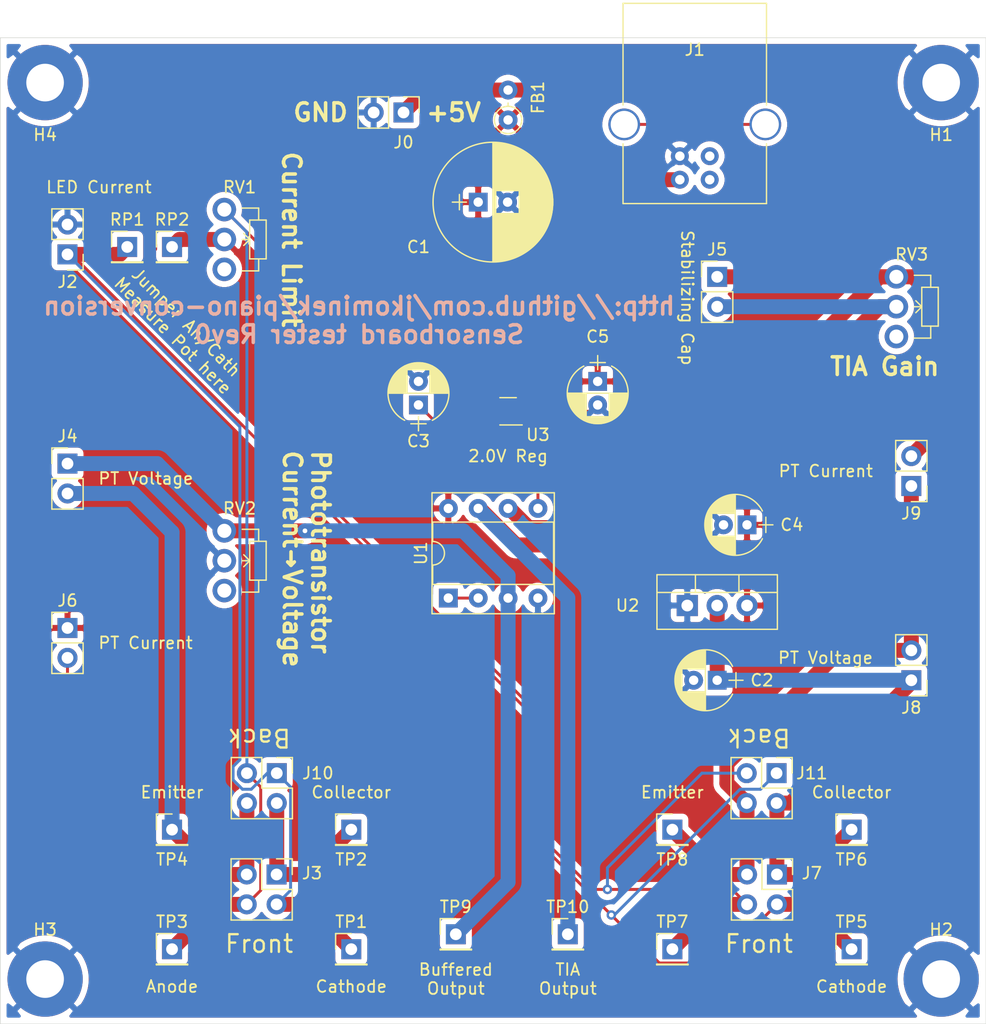
<source format=kicad_pcb>
(kicad_pcb (version 20171130) (host pcbnew "(5.1.7)-1")
  (layers (0 F.Cu signal) (31 B.Cu signal) (34 B.Paste user) (35 F.Paste user) (36 B.SilkS user) (37 F.SilkS user) (38 B.Mask user) (39 F.Mask user) (44 Edge.Cuts user))
  (net 0 "")
  (net 1 GND)
  (net 2 +5V)
  (net 3 /Anode)
  (net 4 /Cathode)
  (net 5 "Net-(FB1-Pad2)")
  (net 6 "Net-(J1-Pad5)")
  (net 7 /Simple/Emitter)
  (net 8 /Simple/Collector)
  (net 9 /Transimpedance/OP_OUT)
  (net 10 /Transimpedance/OP-)
  (net 11 /Transimpedance/OP+)
  (net 12 /Transimpedance/Emitter)
  (net 13 /Simple/OP+)
  (net 14 /Simple/OP-)
  (net 15 +3V3)
  (module TO_SOT_Packages_SMD:SOT-353_SC-70-5_Handsoldering (layer F.Cu) (at 90.17 78.74 180)
    (fp_text reference U3 (at -2.54 -2 180) (layer F.SilkS))
    (fp_text value MIC5366-2.0YC5-TR)
    (pad 5 smd rect (at 1.33 -0.65 180) (size 1.5 0.4) (layers F.Cu F.Paste F.Mask) (net 11 /Transimpedance/OP+))
    (pad 4 smd rect (at 1.33 0.65 180) (size 1.5 0.4) (layers F.Cu F.Paste F.Mask))
    (pad 3 smd rect (at -1.33 0.65 180) (size 1.5 0.4) (layers F.Cu F.Paste F.Mask) (net 2 +5V))
    (pad 2 smd rect (at -1.33 0 180) (size 1.5 0.4) (layers F.Cu F.Paste F.Mask) (net 1 GND))
    (pad 1 smd rect (at -1.33 -0.65 180) (size 1.5 0.4) (layers F.Cu F.Paste F.Mask) (net 2 +5V))
  )
  (module Pin_Headers:Pin_Header_Straight_2x02_Pitch2.54mm (layer F.Cu) (at 113 109.5 270)
    (fp_text reference J11 (at 0 -3 180) (layer F.SilkS))
    (fp_text value Sensor)
    (pad 4 thru_hole oval (at 2.54 2.54 270) (size 1.7 1.7) (drill 1) (layers *.Cu *.Mask) (net 12 /Transimpedance/Emitter))
    (pad 3 thru_hole oval (at 0 2.54 270) (size 1.7 1.7) (drill 1) (layers *.Cu *.Mask) (net 3 /Anode))
    (pad 2 thru_hole oval (at 2.54 0 270) (size 1.7 1.7) (drill 1) (layers *.Cu *.Mask) (net 15 +3V3))
    (pad 1 thru_hole rect (at 0 0 270) (size 1.7 1.7) (drill 1) (layers *.Cu *.Mask) (net 4 /Cathode))
  )
  (module TO_SOT_Packages_THT:TO-220-3_Vertical (layer F.Cu) (at 105.41 95.25)
    (fp_text reference U2 (at -5.08 0) (layer F.SilkS))
    (fp_text value LD1086V33-DG)
    (pad 3 thru_hole oval (at 5.08 0) (size 1.8 1.8) (drill 1) (layers *.Cu *.Mask) (net 2 +5V))
    (pad 2 thru_hole oval (at 2.54 0) (size 1.8 1.8) (drill 1) (layers *.Cu *.Mask) (net 15 +3V3))
    (pad 1 thru_hole rect (at 0 0) (size 1.8 1.8) (drill 1) (layers *.Cu *.Mask) (net 1 GND))
  )
  (module Potentiometers:Potentiometer_WirePads_Small (layer F.Cu) (at 66.04 88.9)
    (fp_text reference RV2 (at 1.3 -1.9) (layer F.SilkS))
    (fp_text value R_POT)
    (pad 1 thru_hole circle (at 0 0) (size 2 2) (drill 1.2) (layers *.Cu *.Mask) (net 13 /Simple/OP+))
    (pad 3 thru_hole circle (at 0 5.08) (size 2 2) (drill 1.2) (layers *.Cu *.Mask))
    (pad 2 thru_hole circle (at 0 2.54) (size 2 2) (drill 1.2) (layers *.Cu *.Mask) (net 1 GND))
  )
  (module Potentiometers:Potentiometer_WirePads_Small (layer F.Cu) (at 123.19 67.31)
    (fp_text reference RV3 (at 1.3 -1.9) (layer F.SilkS))
    (fp_text value R_POT)
    (pad 1 thru_hole circle (at 0 0) (size 2 2) (drill 1.2) (layers *.Cu *.Mask) (net 10 /Transimpedance/OP-))
    (pad 3 thru_hole circle (at 0 5.08) (size 2 2) (drill 1.2) (layers *.Cu *.Mask))
    (pad 2 thru_hole circle (at 0 2.54) (size 2 2) (drill 1.2) (layers *.Cu *.Mask) (net 9 /Transimpedance/OP_OUT))
  )
  (module Pin_Headers:Pin_Header_Straight_1x01_Pitch2.54mm (layer F.Cu) (at 76.835 124.46)
    (fp_text reference TP1 (at 0 -2.33) (layer F.SilkS))
    (fp_text value TestPoint_Probe)
    (pad 1 thru_hole rect (at 0 0) (size 1.7 1.7) (drill 1) (layers *.Cu *.Mask) (net 4 /Cathode))
  )
  (module Pin_Headers:Pin_Header_Straight_1x01_Pitch2.54mm (layer F.Cu) (at 76.835 114.3)
    (fp_text reference TP2 (at 0 2.54) (layer F.SilkS))
    (fp_text value TestPoint_Probe)
    (pad 1 thru_hole rect (at 0 0) (size 1.7 1.7) (drill 1) (layers *.Cu *.Mask) (net 8 /Simple/Collector))
  )
  (module Pin_Headers:Pin_Header_Straight_1x02_Pitch2.54mm (layer F.Cu) (at 52.705 97.155)
    (fp_text reference J6 (at 0 -2.33) (layer F.SilkS))
    (fp_text value PTCurrent)
    (pad 1 thru_hole rect (at 0 0) (size 1.7 1.7) (drill 1) (layers *.Cu *.Mask) (net 2 +5V))
    (pad 2 thru_hole oval (at 0 2.54) (size 1.7 1.7) (drill 1) (layers *.Cu *.Mask) (net 8 /Simple/Collector))
  )
  (module Pin_Headers:Pin_Header_Straight_1x01_Pitch2.54mm (layer F.Cu) (at 61.595 124.46)
    (fp_text reference TP3 (at 0 -2.33) (layer F.SilkS))
    (fp_text value TestPoint_Probe)
    (pad 1 thru_hole rect (at 0 0) (size 1.7 1.7) (drill 1) (layers *.Cu *.Mask) (net 3 /Anode))
  )
  (module Pin_Headers:Pin_Header_Straight_1x01_Pitch2.54mm (layer F.Cu) (at 61.595 114.3)
    (fp_text reference TP4 (at 0 2.54) (layer F.SilkS))
    (fp_text value TestPoint_Probe)
    (pad 1 thru_hole rect (at 0 0) (size 1.7 1.7) (drill 1) (layers *.Cu *.Mask) (net 7 /Simple/Emitter))
  )
  (module Housings_DIP:DIP-8_W7.62mm_Socket (layer F.Cu) (at 85.09 94.615 90)
    (fp_text reference U1 (at 3.81 -2.33 90) (layer F.SilkS))
    (fp_text value Opamp_Dual_Generic)
    (pad 8 thru_hole oval (at 7.62 0 90) (size 1.6 1.6) (drill 0.8) (layers *.Cu *.Mask) (net 2 +5V))
    (pad 4 thru_hole oval (at 0 7.62 90) (size 1.6 1.6) (drill 0.8) (layers *.Cu *.Mask) (net 1 GND))
    (pad 7 thru_hole oval (at 7.62 2.54 90) (size 1.6 1.6) (drill 0.8) (layers *.Cu *.Mask) (net 9 /Transimpedance/OP_OUT))
    (pad 3 thru_hole oval (at 0 5.08 90) (size 1.6 1.6) (drill 0.8) (layers *.Cu *.Mask) (net 13 /Simple/OP+))
    (pad 6 thru_hole oval (at 7.62 5.08 90) (size 1.6 1.6) (drill 0.8) (layers *.Cu *.Mask) (net 10 /Transimpedance/OP-))
    (pad 2 thru_hole oval (at 0 2.54 90) (size 1.6 1.6) (drill 0.8) (layers *.Cu *.Mask) (net 14 /Simple/OP-))
    (pad 5 thru_hole oval (at 7.62 7.62 90) (size 1.6 1.6) (drill 0.8) (layers *.Cu *.Mask) (net 11 /Transimpedance/OP+))
    (pad 1 thru_hole rect (at 0 0 90) (size 1.6 1.6) (drill 0.8) (layers *.Cu *.Mask) (net 14 /Simple/OP-))
  )
  (module Inductors_THT:L_Axial_L5.3mm_D2.2mm_P2.54mm_Vertical_Vishay_IM-1 (layer F.Cu) (at 90.17 53.975 90)
    (fp_text reference FB1 (at 1.905 2.54 90) (layer F.SilkS))
    (fp_text value Ferrite_Bead_Small)
    (pad 2 thru_hole oval (at 2.54 0 90) (size 1.6 1.6) (drill 0.8) (layers *.Cu *.Mask) (net 5 "Net-(FB1-Pad2)"))
    (pad 1 thru_hole circle (at 0 0 90) (size 1.6 1.6) (drill 0.8) (layers *.Cu *.Mask) (net 2 +5V))
  )
  (module Pin_Headers:Pin_Header_Straight_2x02_Pitch2.54mm (layer F.Cu) (at 70.485 118.11 270)
    (fp_text reference J3 (at -0.11 -3.015 180) (layer F.SilkS))
    (fp_text value Sensor)
    (pad 4 thru_hole oval (at 2.54 2.54 270) (size 1.7 1.7) (drill 1) (layers *.Cu *.Mask) (net 3 /Anode))
    (pad 3 thru_hole oval (at 0 2.54 270) (size 1.7 1.7) (drill 1) (layers *.Cu *.Mask) (net 7 /Simple/Emitter))
    (pad 2 thru_hole oval (at 2.54 0 270) (size 1.7 1.7) (drill 1) (layers *.Cu *.Mask) (net 4 /Cathode))
    (pad 1 thru_hole rect (at 0 0 270) (size 1.7 1.7) (drill 1) (layers *.Cu *.Mask) (net 8 /Simple/Collector))
  )
  (module Pin_Headers:Pin_Header_Straight_1x02_Pitch2.54mm (layer F.Cu) (at 52.705 83.185)
    (fp_text reference J4 (at 0 -2.33) (layer F.SilkS))
    (fp_text value PTVoltage)
    (pad 2 thru_hole oval (at 0 2.54) (size 1.7 1.7) (drill 1) (layers *.Cu *.Mask) (net 7 /Simple/Emitter))
    (pad 1 thru_hole rect (at 0 0) (size 1.7 1.7) (drill 1) (layers *.Cu *.Mask) (net 13 /Simple/OP+))
  )
  (module Capacitors_THT:CP_Radial_D10.0mm_P2.50mm (layer F.Cu) (at 87.63 60.96)
    (fp_text reference C1 (at -5.08 3.81) (layer F.SilkS))
    (fp_text value C_Small)
    (pad 2 thru_hole circle (at 2.5 0) (size 1.6 1.6) (drill 0.8) (layers *.Cu *.Mask) (net 1 GND))
    (pad 1 thru_hole rect (at 0 0) (size 1.6 1.6) (drill 0.8) (layers *.Cu *.Mask) (net 2 +5V))
  )
  (module Mounting_Holes:MountingHole_3.2mm_M3_Pad (layer F.Cu) (at 127 50.8)
    (fp_text reference H1 (at 0 4.445) (layer F.SilkS))
    (fp_text value MountingHole_Pad)
    (pad 1 thru_hole circle (at 0 0) (size 6.4 6.4) (drill 3.2) (layers *.Cu *.Mask) (net 1 GND))
  )
  (module Mounting_Holes:MountingHole_3.2mm_M3_Pad (layer F.Cu) (at 127 127)
    (fp_text reference H2 (at 0 -4.2) (layer F.SilkS))
    (fp_text value MountingHole_Pad)
    (pad 1 thru_hole circle (at 0 0) (size 6.4 6.4) (drill 3.2) (layers *.Cu *.Mask) (net 1 GND))
  )
  (module Mounting_Holes:MountingHole_3.2mm_M3_Pad (layer F.Cu) (at 50.8 127)
    (fp_text reference H3 (at 0 -4.2) (layer F.SilkS))
    (fp_text value MountingHole_Pad)
    (pad 1 thru_hole circle (at 0 0) (size 6.4 6.4) (drill 3.2) (layers *.Cu *.Mask) (net 1 GND))
  )
  (module Mounting_Holes:MountingHole_3.2mm_M3_Pad (layer F.Cu) (at 50.8 50.8)
    (fp_text reference H4 (at 0 4.445) (layer F.SilkS))
    (fp_text value MountingHole_Pad)
    (pad 1 thru_hole circle (at 0 0) (size 6.4 6.4) (drill 3.2) (layers *.Cu *.Mask) (net 1 GND))
  )
  (module Pin_Headers:Pin_Header_Straight_1x02_Pitch2.54mm (layer F.Cu) (at 81.28 53.34 270)
    (fp_text reference J0 (at 2.54 0 180) (layer F.SilkS))
    (fp_text value Power)
    (pad 2 thru_hole oval (at 0 2.54 270) (size 1.7 1.7) (drill 1) (layers *.Cu *.Mask) (net 1 GND))
    (pad 1 thru_hole rect (at 0 0 270) (size 1.7 1.7) (drill 1) (layers *.Cu *.Mask) (net 5 "Net-(FB1-Pad2)"))
  )
  (module Connectors:USB_B (layer F.Cu) (at 104.775 59.055 90)
    (fp_text reference J1 (at 11.05 1.27) (layer F.SilkS))
    (fp_text value USB_B)
    (pad 5 thru_hole circle (at 4.7 -4.73) (size 2.7 2.7) (drill 2.3) (layers *.Cu *.Mask) (net 6 "Net-(J1-Pad5)"))
    (pad 5 thru_hole circle (at 4.7 7.27) (size 2.7 2.7) (drill 2.3) (layers *.Cu *.Mask) (net 6 "Net-(J1-Pad5)"))
    (pad 3 thru_hole circle (at 2 2.54) (size 1.52 1.52) (drill 0.81) (layers *.Cu *.Mask))
    (pad 4 thru_hole circle (at 2 0) (size 1.52 1.52) (drill 0.81) (layers *.Cu *.Mask) (net 1 GND))
    (pad 1 thru_hole circle (at 0 0) (size 1.52 1.52) (drill 0.81) (layers *.Cu *.Mask) (net 5 "Net-(FB1-Pad2)"))
    (pad 2 thru_hole circle (at 0 2.54) (size 1.52 1.52) (drill 0.81) (layers *.Cu *.Mask))
  )
  (module Pin_Headers:Pin_Header_Straight_2x02_Pitch2.54mm (layer F.Cu) (at 113.03 118.11 270)
    (fp_text reference J7 (at -0.11 -2.97 180) (layer F.SilkS))
    (fp_text value Sensor)
    (pad 4 thru_hole oval (at 2.54 2.54 270) (size 1.7 1.7) (drill 1) (layers *.Cu *.Mask) (net 3 /Anode))
    (pad 3 thru_hole oval (at 0 2.54 270) (size 1.7 1.7) (drill 1) (layers *.Cu *.Mask) (net 12 /Transimpedance/Emitter))
    (pad 2 thru_hole oval (at 2.54 0 270) (size 1.7 1.7) (drill 1) (layers *.Cu *.Mask) (net 4 /Cathode))
    (pad 1 thru_hole rect (at 0 0 270) (size 1.7 1.7) (drill 1) (layers *.Cu *.Mask) (net 15 +3V3))
  )
  (module Pin_Headers:Pin_Header_Straight_1x01_Pitch2.54mm (layer F.Cu) (at 119.38 124.46)
    (fp_text reference TP5 (at 0 -2.33) (layer F.SilkS))
    (fp_text value TestPoint_Probe)
    (pad 1 thru_hole rect (at 0 0) (size 1.7 1.7) (drill 1) (layers *.Cu *.Mask) (net 4 /Cathode))
  )
  (module Pin_Headers:Pin_Header_Straight_1x01_Pitch2.54mm (layer F.Cu) (at 119.38 114.3)
    (fp_text reference TP6 (at 0 2.54) (layer F.SilkS))
    (fp_text value TestPoint_Probe)
    (pad 1 thru_hole rect (at 0 0) (size 1.7 1.7) (drill 1) (layers *.Cu *.Mask) (net 15 +3V3))
  )
  (module Pin_Headers:Pin_Header_Straight_1x01_Pitch2.54mm (layer F.Cu) (at 104.14 124.46)
    (fp_text reference TP7 (at 0 -2.33) (layer F.SilkS))
    (fp_text value TestPoint_Probe)
    (pad 1 thru_hole rect (at 0 0) (size 1.7 1.7) (drill 1) (layers *.Cu *.Mask) (net 3 /Anode))
  )
  (module Pin_Headers:Pin_Header_Straight_1x01_Pitch2.54mm (layer F.Cu) (at 104.14 114.3)
    (fp_text reference TP8 (at 0 2.54) (layer F.SilkS))
    (fp_text value TestPoint_Probe)
    (pad 1 thru_hole rect (at 0 0) (size 1.7 1.7) (drill 1) (layers *.Cu *.Mask) (net 12 /Transimpedance/Emitter))
  )
  (module Pin_Headers:Pin_Header_Straight_1x02_Pitch2.54mm (layer F.Cu) (at 52.705 65.405 180)
    (fp_text reference J2 (at 0 -2.33) (layer F.SilkS))
    (fp_text value LEDCurrentProbe)
    (pad 2 thru_hole oval (at 0 2.54 180) (size 1.7 1.7) (drill 1) (layers *.Cu *.Mask) (net 1 GND))
    (pad 1 thru_hole rect (at 0 0 180) (size 1.7 1.7) (drill 1) (layers *.Cu *.Mask) (net 4 /Cathode))
  )
  (module Pin_Headers:Pin_Header_Straight_1x02_Pitch2.54mm (layer F.Cu) (at 124.46 101.6 180)
    (fp_text reference J8 (at 0 -2.33) (layer F.SilkS))
    (fp_text value PTVoltage)
    (pad 2 thru_hole oval (at 0 2.54 180) (size 1.7 1.7) (drill 1) (layers *.Cu *.Mask) (net 12 /Transimpedance/Emitter))
    (pad 1 thru_hole rect (at 0 0 180) (size 1.7 1.7) (drill 1) (layers *.Cu *.Mask) (net 15 +3V3))
  )
  (module Pin_Headers:Pin_Header_Straight_1x02_Pitch2.54mm (layer F.Cu) (at 124.46 85.09 180)
    (fp_text reference J9 (at 0 -2.33) (layer F.SilkS))
    (fp_text value PTCurrent)
    (pad 1 thru_hole rect (at 0 0 180) (size 1.7 1.7) (drill 1) (layers *.Cu *.Mask) (net 12 /Transimpedance/Emitter))
    (pad 2 thru_hole oval (at 0 2.54 180) (size 1.7 1.7) (drill 1) (layers *.Cu *.Mask) (net 10 /Transimpedance/OP-))
  )
  (module Potentiometers:Potentiometer_WirePads_Small (layer F.Cu) (at 66.04 61.595)
    (fp_text reference RV1 (at 1.3 -1.9) (layer F.SilkS))
    (fp_text value R_POT)
    (pad 2 thru_hole circle (at 0 2.54) (size 2 2) (drill 1.2) (layers *.Cu *.Mask) (net 2 +5V))
    (pad 3 thru_hole circle (at 0 5.08) (size 2 2) (drill 1.2) (layers *.Cu *.Mask))
    (pad 1 thru_hole circle (at 0 0) (size 2 2) (drill 1.2) (layers *.Cu *.Mask) (net 3 /Anode))
  )
  (module Pin_Headers:Pin_Header_Straight_1x01_Pitch2.54mm (layer F.Cu) (at 85.725 123.19)
    (fp_text reference TP9 (at 0 -2.33) (layer F.SilkS))
    (fp_text value BufferedOut)
    (pad 1 thru_hole rect (at 0 0) (size 1.7 1.7) (drill 1) (layers *.Cu *.Mask) (net 13 /Simple/OP+))
  )
  (module Pin_Headers:Pin_Header_Straight_1x01_Pitch2.54mm (layer F.Cu) (at 57.785 64.77)
    (fp_text reference RP1 (at 0 -2.33) (layer F.SilkS))
    (fp_text value TestPoint_Probe)
    (pad 1 thru_hole rect (at 0 0) (size 1.7 1.7) (drill 1) (layers *.Cu *.Mask) (net 4 /Cathode))
  )
  (module Pin_Headers:Pin_Header_Straight_1x01_Pitch2.54mm (layer F.Cu) (at 61.595 64.77)
    (fp_text reference RP2 (at 0 -2.33) (layer F.SilkS))
    (fp_text value TestPoint_Probe)
    (pad 1 thru_hole rect (at 0 0) (size 1.7 1.7) (drill 1) (layers *.Cu *.Mask) (net 2 +5V))
  )
  (module Pin_Headers:Pin_Header_Straight_1x01_Pitch2.54mm (layer F.Cu) (at 95.25 123.19)
    (fp_text reference TP10 (at 0 -2.33) (layer F.SilkS))
    (fp_text value TestPoint_Probe)
    (pad 1 thru_hole rect (at 0 0) (size 1.7 1.7) (drill 1) (layers *.Cu *.Mask) (net 9 /Transimpedance/OP_OUT))
  )
  (module Capacitors_THT:CP_Radial_D5.0mm_P2.00mm (layer F.Cu) (at 107.95 101.6 180)
    (fp_text reference C2 (at -3.81 0) (layer F.SilkS))
    (fp_text value 10uF)
    (pad 1 thru_hole rect (at 0 0 180) (size 1.6 1.6) (drill 0.8) (layers *.Cu *.Mask) (net 15 +3V3))
    (pad 2 thru_hole circle (at 2 0 180) (size 1.6 1.6) (drill 0.8) (layers *.Cu *.Mask) (net 1 GND))
  )
  (module Capacitors_THT:CP_Radial_D5.0mm_P2.00mm (layer F.Cu) (at 82.55 78.2 90)
    (fp_text reference C3 (at -3.08 0 180) (layer F.SilkS))
    (fp_text value 1uF)
    (pad 1 thru_hole rect (at 0 0 90) (size 1.6 1.6) (drill 0.8) (layers *.Cu *.Mask) (net 11 /Transimpedance/OP+))
    (pad 2 thru_hole circle (at 2 0 90) (size 1.6 1.6) (drill 0.8) (layers *.Cu *.Mask) (net 1 GND))
  )
  (module Capacitors_THT:CP_Radial_D5.0mm_P2.00mm (layer F.Cu) (at 110.49 88.392 180)
    (fp_text reference C4 (at -3.81 0) (layer F.SilkS))
    (fp_text value 10uF)
    (pad 2 thru_hole circle (at 2 0 180) (size 1.6 1.6) (drill 0.8) (layers *.Cu *.Mask) (net 1 GND))
    (pad 1 thru_hole rect (at 0 0 180) (size 1.6 1.6) (drill 0.8) (layers *.Cu *.Mask) (net 2 +5V))
  )
  (module Capacitors_THT:CP_Radial_D5.0mm_P2.00mm (layer F.Cu) (at 97.79 76.2 270)
    (fp_text reference C5 (at -3.81 0 180) (layer F.SilkS))
    (fp_text value 1uF)
    (pad 2 thru_hole circle (at 2 0 270) (size 1.6 1.6) (drill 0.8) (layers *.Cu *.Mask) (net 1 GND))
    (pad 1 thru_hole rect (at 0 0 270) (size 1.6 1.6) (drill 0.8) (layers *.Cu *.Mask) (net 2 +5V))
  )
  (module Pin_Headers:Pin_Header_Straight_1x02_Pitch2.54mm (layer F.Cu) (at 107.95 67.31)
    (fp_text reference J5 (at 0 -2.33) (layer F.SilkS))
    (fp_text value StabilizingCap)
    (pad 2 thru_hole oval (at 0 2.54) (size 1.7 1.7) (drill 1) (layers *.Cu *.Mask) (net 9 /Transimpedance/OP_OUT))
    (pad 1 thru_hole rect (at 0 0) (size 1.7 1.7) (drill 1) (layers *.Cu *.Mask) (net 10 /Transimpedance/OP-))
  )
  (module Pin_Headers:Pin_Header_Straight_2x02_Pitch2.54mm (layer F.Cu) (at 70.5 109.5 270)
    (fp_text reference J10 (at 0 -3.5 180) (layer F.SilkS))
    (fp_text value MirrorSensor)
    (pad 1 thru_hole rect (at 0 0 270) (size 1.7 1.7) (drill 1) (layers *.Cu *.Mask) (net 4 /Cathode))
    (pad 2 thru_hole oval (at 2.54 0 270) (size 1.7 1.7) (drill 1) (layers *.Cu *.Mask) (net 8 /Simple/Collector))
    (pad 3 thru_hole oval (at 0 2.54 270) (size 1.7 1.7) (drill 1) (layers *.Cu *.Mask) (net 3 /Anode))
    (pad 4 thru_hole oval (at 2.54 2.54 270) (size 1.7 1.7) (drill 1) (layers *.Cu *.Mask) (net 7 /Simple/Emitter))
  )
  (gr_text "http://github.com/jkominek/piano-conversion\nSensorboard tester Rev0" (at 77.5 71) (layer B.SilkS) (effects (font (size 1.5 1.5) (thickness 0.3)) (justify mirror)))
  (gr_text Back (at 111.5 106.5 180) (layer F.SilkS) (effects (font (size 1.5 1.5) (thickness 0.2))))
  (gr_text Back (at 69 106.5 180) (layer F.SilkS) (effects (font (size 1.5 1.5) (thickness 0.2))))
  (gr_text Front (at 111.5 124) (layer F.SilkS) (effects (font (size 1.5 1.5) (thickness 0.2))))
  (gr_text Front (at 69 124) (layer F.SilkS) (effects (font (size 1.5 1.5) (thickness 0.2))))
  (gr_text "Stabilizing Cap" (at 105.41 74.93 270) (layer F.SilkS) (effects (font (size 1 1)) (justify right)))
  (gr_text "TIA\nOutput" (at 95.25 127) (layer F.SilkS) (effects (font (size 1 1))))
  (gr_text "Jumper An/Cath\nMeasure Pot here" (at 62.23 71.755 315) (layer F.SilkS) (effects (font (size 1 1))))
  (gr_text "Buffered\nOutput" (at 85.725 127) (layer F.SilkS) (effects (font (size 1 1))))
  (gr_text Collector (at 119.38 111.125) (layer F.SilkS) (effects (font (size 1 1))))
  (gr_text Collector (at 76.835 111.125) (layer F.SilkS) (effects (font (size 1 1))))
  (gr_text Emitter (at 104.14 111.125) (layer F.SilkS) (effects (font (size 1 1))))
  (gr_text Emitter (at 61.595 111.125) (layer F.SilkS) (effects (font (size 1 1))))
  (gr_text Anode (at 61.595 127.635) (layer F.SilkS) (effects (font (size 1 1))))
  (gr_text Cathode (at 119.38 127.635) (layer F.SilkS) (effects (font (size 1 1))))
  (gr_text Cathode (at 76.835 127.635) (layer F.SilkS) (effects (font (size 1 1))))
  (gr_text "LED Current" (at 50.8 59.69) (layer F.SilkS) (effects (font (size 1 1)) (justify left)))
  (gr_text "PT Current" (at 55.245 98.425) (layer F.SilkS) (effects (font (size 1 1)) (justify left)))
  (gr_text "PT Voltage" (at 55.245 84.455) (layer F.SilkS) (effects (font (size 1 1)) (justify left)))
  (gr_text "PT Current" (at 121.285 83.82) (layer F.SilkS) (effects (font (size 1 1)) (justify right)))
  (gr_text "PT Voltage" (at 121.285 99.695) (layer F.SilkS) (effects (font (size 1 1)) (justify right)))
  (gr_text "2.0V Reg" (at 90.17 82.55) (layer F.SilkS) (effects (font (size 1 1))))
  (gr_text "TIA Gain" (at 127 74.93) (layer F.SilkS) (effects (font (size 1.5 1.5) (thickness 0.3)) (justify right)))
  (gr_text "Phototransistor\nCurrent→Voltage" (at 73.025 81.915 270) (layer F.SilkS) (effects (font (size 1.5 1.5) (thickness 0.3)) (justify left)))
  (gr_text "Current Limit" (at 71.755 56.515 270) (layer F.SilkS) (effects (font (size 1.5 1.5) (thickness 0.3)) (justify left)))
  (gr_text GND (at 76.708 53.34) (layer F.SilkS) (effects (font (size 1.5 1.5) (thickness 0.3)) (justify right)))
  (gr_text +5V (at 83.058 53.34) (layer F.SilkS) (effects (font (size 1.5 1.5) (thickness 0.3)) (justify left)))
  (gr_line (start 46.99 130.81) (end 46.99 46.99) (layer Edge.Cuts) (width 0.05))
  (gr_line (start 130.81 130.81) (end 46.99 130.81) (layer Edge.Cuts) (width 0.05))
  (gr_line (start 130.81 46.99) (end 130.81 130.81) (layer Edge.Cuts) (width 0.05))
  (gr_line (start 46.99 46.99) (end 130.81 46.99) (layer Edge.Cuts) (width 0.05))
  (segment (start 97.25 78.74) (end 97.79 78.2) (width 0.25) (layer F.Cu) (net 1))
  (segment (start 91.5 78.74) (end 97.25 78.74) (width 0.25) (layer F.Cu) (net 1))
  (segment (start 62.23 64.135) (end 61.595 64.77) (width 1.27) (layer F.Cu) (net 2))
  (segment (start 66.04 64.135) (end 62.23 64.135) (width 1.27) (layer F.Cu) (net 2))
  (segment (start 90.5 79.39) (end 90.17 79.06) (width 0.25) (layer F.Cu) (net 2))
  (segment (start 91.5 79.39) (end 90.5 79.39) (width 0.25) (layer F.Cu) (net 2))
  (segment (start 90.5 78.09) (end 91.5 78.09) (width 0.25) (layer F.Cu) (net 2))
  (segment (start 90.17 78.42) (end 90.5 78.09) (width 0.25) (layer F.Cu) (net 2))
  (segment (start 90.17 79.06) (end 90.17 78.42) (width 0.25) (layer F.Cu) (net 2))
  (segment (start 97.79 76.2) (end 91.44 76.2) (width 0.25) (layer F.Cu) (net 2))
  (segment (start 91.44 78.03) (end 91.5 78.09) (width 0.25) (layer F.Cu) (net 2))
  (segment (start 91.44 76.2) (end 91.44 78.03) (width 0.25) (layer F.Cu) (net 2))
  (segment (start 65.405 120.65) (end 61.595 124.46) (width 1.27) (layer F.Cu) (net 3))
  (segment (start 67.945 120.65) (end 65.405 120.65) (width 1.27) (layer F.Cu) (net 3))
  (segment (start 107.95 120.65) (end 104.14 124.46) (width 1.27) (layer F.Cu) (net 3))
  (segment (start 110.49 120.65) (end 107.95 120.65) (width 1.27) (layer F.Cu) (net 3))
  (segment (start 66.04 61.595) (end 71.374 66.929) (width 0.25) (layer F.Cu) (net 3))
  (segment (start 71.374 83.084002) (end 92.52501 104.235012) (width 0.25) (layer F.Cu) (net 3))
  (segment (start 71.374 66.929) (end 71.374 83.084002) (width 0.25) (layer F.Cu) (net 3))
  (segment (start 92.52501 104.235012) (end 92.52501 114.493602) (width 0.25) (layer F.Cu) (net 3))
  (segment (start 92.52501 114.493602) (end 97.411408 119.38) (width 0.25) (layer F.Cu) (net 3))
  (segment (start 109.22 119.38) (end 110.49 120.65) (width 0.25) (layer F.Cu) (net 3))
  (segment (start 97.411408 119.38) (end 98.62 119.38) (width 0.25) (layer F.Cu) (net 3))
  (segment (start 98.62 119.38) (end 109.22 119.38) (width 0.25) (layer F.Cu) (net 3))
  (via (at 98.62 119.38) (size 0.8) (drill 0.4) (layers F.Cu B.Cu) (net 3))
  (segment (start 98.62 117.534998) (end 98.62 119.38) (width 0.25) (layer B.Cu) (net 3))
  (segment (start 106.654998 109.5) (end 98.62 117.534998) (width 0.25) (layer B.Cu) (net 3))
  (segment (start 110.46 109.5) (end 106.654998 109.5) (width 0.25) (layer B.Cu) (net 3))
  (segment (start 69.135001 119.459999) (end 67.945 120.65) (width 0.25) (layer F.Cu) (net 3))
  (segment (start 69.135001 110.675001) (end 69.135001 119.459999) (width 0.25) (layer F.Cu) (net 3))
  (segment (start 67.96 109.5) (end 69.135001 110.675001) (width 0.25) (layer F.Cu) (net 3))
  (segment (start 67.96 63.515) (end 66.04 61.595) (width 0.25) (layer B.Cu) (net 3))
  (segment (start 67.96 109.5) (end 67.96 63.515) (width 0.25) (layer B.Cu) (net 3))
  (segment (start 57.15 65.405) (end 57.785 64.77) (width 1.27) (layer F.Cu) (net 4))
  (segment (start 52.705 65.405) (end 57.15 65.405) (width 1.27) (layer F.Cu) (net 4))
  (segment (start 73.025 120.65) (end 76.835 124.46) (width 1.27) (layer F.Cu) (net 4))
  (segment (start 70.485 120.65) (end 73.025 120.65) (width 1.27) (layer F.Cu) (net 4))
  (segment (start 115.57 120.65) (end 119.38 124.46) (width 1.27) (layer F.Cu) (net 4))
  (segment (start 113.03 120.65) (end 115.57 120.65) (width 1.27) (layer F.Cu) (net 4))
  (segment (start 103.029999 125.635001) (end 98.947499 121.552501) (width 0.25) (layer F.Cu) (net 4))
  (segment (start 108.044999 125.635001) (end 103.029999 125.635001) (width 0.25) (layer F.Cu) (net 4))
  (segment (start 113.03 120.65) (end 108.044999 125.635001) (width 0.25) (layer F.Cu) (net 4))
  (segment (start 53.058588 65.405) (end 52.705 65.405) (width 0.25) (layer F.Cu) (net 4))
  (segment (start 92.075 104.421412) (end 53.058588 65.405) (width 0.25) (layer F.Cu) (net 4))
  (segment (start 92.075 114.680002) (end 92.075 104.421412) (width 0.25) (layer F.Cu) (net 4))
  (segment (start 98.947499 121.552501) (end 92.075 114.680002) (width 0.25) (layer F.Cu) (net 4))
  (via (at 98.947499 121.552501) (size 0.8) (drill 0.4) (layers F.Cu B.Cu) (net 4))
  (segment (start 109.895999 110.864999) (end 99.208497 121.552501) (width 0.25) (layer B.Cu) (net 4))
  (segment (start 111.635001 110.864999) (end 109.895999 110.864999) (width 0.25) (layer B.Cu) (net 4))
  (segment (start 99.208497 121.552501) (end 98.947499 121.552501) (width 0.25) (layer B.Cu) (net 4))
  (segment (start 113 109.5) (end 111.635001 110.864999) (width 0.25) (layer B.Cu) (net 4))
  (segment (start 71.675001 110.675001) (end 70.5 109.5) (width 0.25) (layer B.Cu) (net 4))
  (segment (start 71.675001 119.459999) (end 71.675001 110.675001) (width 0.25) (layer B.Cu) (net 4))
  (segment (start 70.485 120.65) (end 71.675001 119.459999) (width 0.25) (layer B.Cu) (net 4))
  (segment (start 67.585997 110.864999) (end 66.784999 110.064001) (width 0.25) (layer B.Cu) (net 4))
  (segment (start 68.334003 110.864999) (end 67.585997 110.864999) (width 0.25) (layer B.Cu) (net 4))
  (segment (start 69.699002 109.5) (end 68.334003 110.864999) (width 0.25) (layer B.Cu) (net 4))
  (segment (start 70.5 109.5) (end 69.699002 109.5) (width 0.25) (layer B.Cu) (net 4))
  (segment (start 67.365001 80.065001) (end 52.705 65.405) (width 0.25) (layer B.Cu) (net 4))
  (segment (start 67.365001 108.355997) (end 67.365001 80.065001) (width 0.25) (layer B.Cu) (net 4))
  (segment (start 66.784999 108.935999) (end 67.365001 108.355997) (width 0.25) (layer B.Cu) (net 4))
  (segment (start 66.784999 110.064001) (end 66.784999 108.935999) (width 0.25) (layer B.Cu) (net 4))
  (segment (start 83.185 51.435) (end 81.28 53.34) (width 1.27) (layer F.Cu) (net 5))
  (segment (start 90.17 51.435) (end 83.185 51.435) (width 1.27) (layer F.Cu) (net 5))
  (segment (start 104.775 59.055) (end 100.965 59.055) (width 1.27) (layer F.Cu) (net 5))
  (segment (start 93.345 51.435) (end 90.17 51.435) (width 1.27) (layer F.Cu) (net 5))
  (segment (start 100.965 59.055) (end 93.345 51.435) (width 1.27) (layer F.Cu) (net 5))
  (segment (start 112.045 54.355) (end 100.045 54.355) (width 0.25) (layer F.Cu) (net 6))
  (segment (start 65.405 118.11) (end 61.595 114.3) (width 1.27) (layer F.Cu) (net 7))
  (segment (start 67.945 118.11) (end 65.405 118.11) (width 1.27) (layer F.Cu) (net 7))
  (segment (start 52.705 85.725) (end 58.293 85.725) (width 1.27) (layer B.Cu) (net 7))
  (segment (start 61.595 89.027) (end 61.595 114.3) (width 1.27) (layer B.Cu) (net 7))
  (segment (start 58.293 85.725) (end 61.595 89.027) (width 1.27) (layer B.Cu) (net 7))
  (segment (start 67.96 118.095) (end 67.945 118.11) (width 1.27) (layer F.Cu) (net 7))
  (segment (start 67.96 112.04) (end 67.96 118.095) (width 1.27) (layer F.Cu) (net 7))
  (segment (start 73.025 118.11) (end 76.835 114.3) (width 1.27) (layer F.Cu) (net 8))
  (segment (start 70.485 118.11) (end 73.025 118.11) (width 1.27) (layer F.Cu) (net 8))
  (segment (start 52.705 120.65) (end 52.705 99.695) (width 0.25) (layer F.Cu) (net 8))
  (segment (start 60.325 128.27) (end 52.705 120.65) (width 0.25) (layer F.Cu) (net 8))
  (segment (start 77.47 128.27) (end 60.325 128.27) (width 0.25) (layer F.Cu) (net 8))
  (segment (start 80.01 125.73) (end 77.47 128.27) (width 0.25) (layer F.Cu) (net 8))
  (segment (start 80.01 121.285) (end 80.01 125.73) (width 0.25) (layer F.Cu) (net 8))
  (segment (start 76.835 118.11) (end 80.01 121.285) (width 0.25) (layer F.Cu) (net 8))
  (segment (start 70.485 118.11) (end 76.835 118.11) (width 0.25) (layer F.Cu) (net 8))
  (segment (start 70.5 118.095) (end 70.485 118.11) (width 1.27) (layer F.Cu) (net 8))
  (segment (start 70.5 112.04) (end 70.5 118.095) (width 1.27) (layer F.Cu) (net 8))
  (segment (start 107.95 69.85) (end 123.19 69.85) (width 1.27) (layer B.Cu) (net 9))
  (segment (start 121.775787 69.85) (end 123.19 69.85) (width 1.27) (layer F.Cu) (net 9))
  (segment (start 101.525777 90.10001) (end 121.775787 69.85) (width 1.27) (layer F.Cu) (net 9))
  (segment (start 90.855208 90.10001) (end 101.525777 90.10001) (width 1.27) (layer F.Cu) (net 9))
  (segment (start 87.750198 86.995) (end 90.855208 90.10001) (width 1.27) (layer F.Cu) (net 9))
  (segment (start 87.63 86.995) (end 87.750198 86.995) (width 1.27) (layer F.Cu) (net 9))
  (segment (start 95.25 94.615) (end 95.25 123.19) (width 1.27) (layer B.Cu) (net 9))
  (segment (start 87.63 86.995) (end 95.25 94.615) (width 1.27) (layer B.Cu) (net 9))
  (segment (start 107.95 67.31) (end 123.19 67.31) (width 1.27) (layer F.Cu) (net 10))
  (segment (start 121.775787 67.31) (end 123.19 67.31) (width 1.27) (layer F.Cu) (net 10))
  (segment (start 100.455786 88.630001) (end 121.775787 67.31) (width 1.27) (layer F.Cu) (net 10))
  (segment (start 91.925199 88.630001) (end 100.455786 88.630001) (width 1.27) (layer F.Cu) (net 10))
  (segment (start 90.290198 86.995) (end 91.925199 88.630001) (width 1.27) (layer F.Cu) (net 10))
  (segment (start 90.17 86.995) (end 90.290198 86.995) (width 1.27) (layer F.Cu) (net 10))
  (segment (start 124.604213 67.31) (end 126.492 69.197787) (width 1.27) (layer F.Cu) (net 10))
  (segment (start 123.19 67.31) (end 124.604213 67.31) (width 1.27) (layer F.Cu) (net 10))
  (segment (start 126.492 80.518) (end 124.46 82.55) (width 1.27) (layer F.Cu) (net 10))
  (segment (start 126.492 69.197787) (end 126.492 80.518) (width 1.27) (layer F.Cu) (net 10))
  (segment (start 83.74 79.39) (end 82.55 78.2) (width 0.25) (layer F.Cu) (net 11))
  (segment (start 88.84 79.39) (end 83.74 79.39) (width 0.25) (layer F.Cu) (net 11))
  (segment (start 92.71 83.26) (end 88.84 79.39) (width 0.25) (layer F.Cu) (net 11))
  (segment (start 92.71 86.995) (end 92.71 83.26) (width 0.25) (layer F.Cu) (net 11))
  (segment (start 107.95 118.11) (end 104.14 114.3) (width 1.27) (layer F.Cu) (net 12))
  (segment (start 110.49 118.11) (end 107.95 118.11) (width 1.27) (layer F.Cu) (net 12))
  (segment (start 124.46 85.09) (end 124.46 99.06) (width 1.27) (layer F.Cu) (net 12))
  (segment (start 110.49 112.07) (end 110.46 112.04) (width 1.27) (layer F.Cu) (net 12))
  (segment (start 110.49 118.11) (end 110.49 112.07) (width 1.27) (layer F.Cu) (net 12))
  (segment (start 118.406198 99.06) (end 124.46 99.06) (width 1.27) (layer F.Cu) (net 12))
  (segment (start 108.774999 108.691199) (end 118.406198 99.06) (width 1.27) (layer F.Cu) (net 12))
  (segment (start 108.774999 110.354999) (end 108.774999 108.691199) (width 1.27) (layer F.Cu) (net 12))
  (segment (start 110.46 112.04) (end 108.774999 110.354999) (width 1.27) (layer F.Cu) (net 12))
  (segment (start 90.17 118.745) (end 85.725 123.19) (width 1.27) (layer B.Cu) (net 13))
  (segment (start 90.17 94.615) (end 90.17 118.745) (width 1.27) (layer B.Cu) (net 13))
  (segment (start 60.325 83.185) (end 66.04 88.9) (width 1.27) (layer B.Cu) (net 13))
  (segment (start 52.705 83.185) (end 60.325 83.185) (width 1.27) (layer B.Cu) (net 13))
  (segment (start 90.17 94.615) (end 90.17 92.71) (width 1.27) (layer B.Cu) (net 13))
  (segment (start 90.17 92.71) (end 86.36 88.9) (width 1.27) (layer B.Cu) (net 13))
  (segment (start 86.36 88.9) (end 72.898 88.9) (width 1.27) (layer B.Cu) (net 13))
  (via (at 72.898 88.9) (size 0.8) (drill 0.4) (layers F.Cu B.Cu) (net 13))
  (segment (start 66.04 88.9) (end 72.898 88.9) (width 1.27) (layer F.Cu) (net 13))
  (segment (start 85.09 94.615) (end 87.63 94.615) (width 0.25) (layer F.Cu) (net 14))
  (segment (start 115.57 118.11) (end 119.38 114.3) (width 1.27) (layer F.Cu) (net 15))
  (segment (start 113.03 118.11) (end 115.57 118.11) (width 1.27) (layer F.Cu) (net 15))
  (segment (start 107.95 95.25) (end 107.95 101.6) (width 1.27) (layer F.Cu) (net 15))
  (segment (start 113.03 112.07) (end 113 112.04) (width 1.27) (layer F.Cu) (net 15))
  (segment (start 113.03 118.11) (end 113.03 112.07) (width 1.27) (layer F.Cu) (net 15))
  (segment (start 124.46 101.782081) (end 124.46 101.6) (width 1.27) (layer F.Cu) (net 15))
  (segment (start 114.202081 112.04) (end 124.46 101.782081) (width 1.27) (layer F.Cu) (net 15))
  (segment (start 113 112.04) (end 114.202081 112.04) (width 1.27) (layer F.Cu) (net 15))
  (segment (start 124.46 101.6) (end 107.95 101.6) (width 1.27) (layer B.Cu) (net 15))
  (zone (net 1) (net_name GND) (layer B.Cu) (connect_pads (clearance 0.508)) (min_thickness 0.254) (fill yes (arc_segments 32) (thermal_gap 0.508) (thermal_bridge_width 0.508))
    (polygon (pts (xy 130.81 130.81) (xy 46.99 130.81) (xy 46.99 46.99) (xy 130.81 46.99)))
  )
  (zone (net 2) (net_name +5V) (layer F.Cu) (connect_pads (clearance 0.508)) (min_thickness 0.254) (fill yes (arc_segments 32) (thermal_gap 0.508) (thermal_bridge_width 0.508))
    (polygon (pts (xy 130.81 130.81) (xy 46.99 130.81) (xy 46.99 46.99) (xy 130.81 46.99)))
  )
  (zone (net 0) (net_name "") (layer F.Cu) (connect_pads (clearance 0.508)) (min_thickness 0.254)
    (keepout (tracks allowed) (vias allowed) (copperpour not_allowed))
    (fill (arc_segments 32) (thermal_gap 0.508) (thermal_bridge_width 0.508))
    (polygon (pts (xy 66.04 65.405) (xy 63.5 65.405) (xy 62.865 66.04) (xy 60.325 66.04) (xy 60.325 62.865) (xy 66.04 62.865)))
  )
)
</source>
